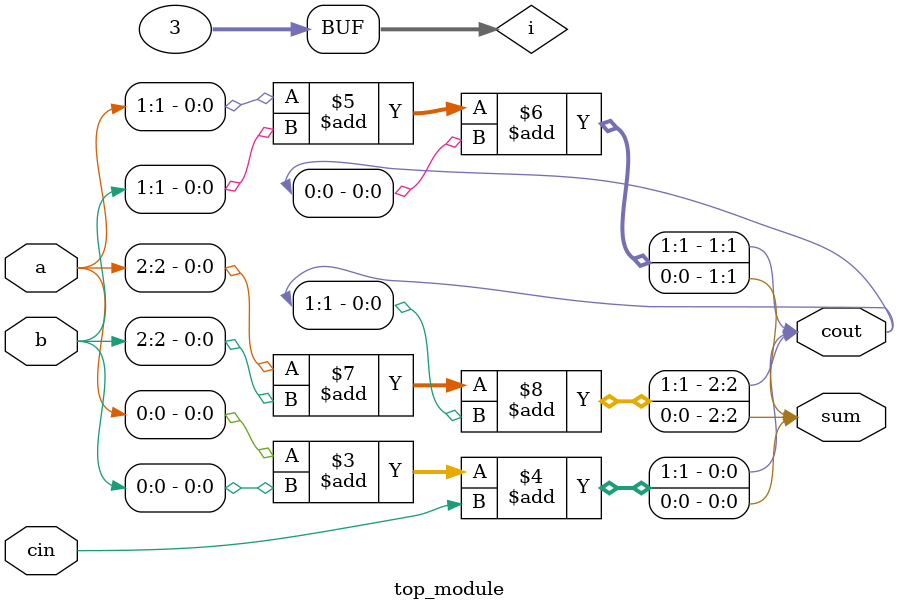
<source format=v>
`timescale 1ns / 1ps
module top_module( 
    input [2:0] a, b,
    input cin,
    output reg [2:0] cout,
    output reg [2:0] sum 
);
integer i;
    always @(*) begin
	 for(i=0;i<3;i=i+1) begin
	 if(i==0) begin
	 {cout[i],sum[i]}=a[i]+b[i]+cin;
	 end
	 else begin
	 {cout[i],sum[i]}=a[i]+b[i]+cout[i-1];
	 end
	 end
	 end
endmodule

</source>
